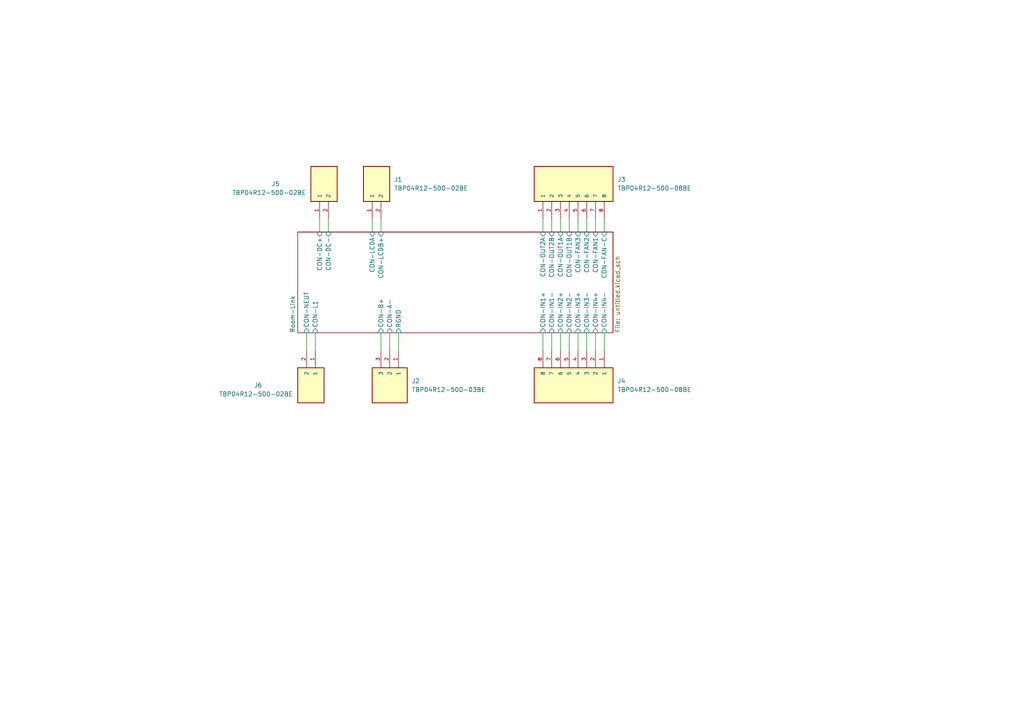
<source format=kicad_sch>
(kicad_sch (version 20230121) (generator eeschema)
  (paper "A4")
  (lib_symbols
    (symbol "TBP04R12-500-02BE:TBP04R12-500-02BE" (pin_names (offset 1.016))
      (property "Reference" "J" (at -5.08 5.08 0))
      (property "Value" "TBP04R12-500-02BE" (at -5.08 -7.62 0))
      (symbol "TBP04R12-500-02BE_0_0"
        (rectangle (start -5.08 -5.08) (end 5.08 2.54) (stroke (width 0.254)) (fill (type background)))
        (pin passive line (at -10.16 0 0) (length 5.08) (name "1") (number "1"))
        (pin passive line (at -10.16 -2.54 0) (length 5.08) (name "2") (number "2"))
      )
    )
    (symbol "TBP04R12-500-03BE:TBP04R12-500-03BE" (pin_names (offset 1.016))
      (property "Reference" "J" (at -5.08 7.62 0))
      (property "Value" "TBP04R12-500-03BE" (at -5.08 -7.62 0))
      (symbol "TBP04R12-500-03BE_0_0"
        (rectangle (start -5.08 -5.08) (end 5.08 5.08) (stroke (width 0.254)) (fill (type background)))
        (pin passive line (at -10.16 2.54 0) (length 5.08) (name "1") (number "1"))
        (pin passive line (at -10.16 0 0) (length 5.08) (name "2") (number "2"))
        (pin passive line (at -10.16 -2.54 0) (length 5.08) (name "3") (number "3"))
      )
    )
    (symbol "TBP04R12-500-08BE:TBP04R12-500-08BE" (pin_names (offset 1.016))
      (property "Reference" "J" (at -5.08 12.7 0))
      (property "Value" "TBP04R12-500-08BE" (at -5.08 -15.24 0))
      (symbol "TBP04R12-500-08BE_0_0"
        (rectangle (start -5.08 -12.7) (end 5.08 10.16) (stroke (width 0.254)) (fill (type background)))
        (pin passive line (at -10.16 7.62 0) (length 5.08) (name "1") (number "1"))
        (pin passive line (at -10.16 5.08 0) (length 5.08) (name "2") (number "2"))
        (pin passive line (at -10.16 2.54 0) (length 5.08) (name "3") (number "3"))
        (pin passive line (at -10.16 0 0) (length 5.08) (name "4") (number "4"))
        (pin passive line (at -10.16 -2.54 0) (length 5.08) (name "5") (number "5"))
        (pin passive line (at -10.16 -5.08 0) (length 5.08) (name "6") (number "6"))
        (pin passive line (at -10.16 -7.62 0) (length 5.08) (name "7") (number "7"))
        (pin passive line (at -10.16 -10.16 0) (length 5.08) (name "8") (number "8"))
      )
    )
  )
  (wire (pts (xy 170.18 63.5) (xy 170.18 67.31)))
  (wire (pts (xy 165.1 63.5) (xy 165.1 67.31)))
  (wire (pts (xy 170.18 96.52) (xy 170.18 101.6)))
  (wire (pts (xy 107.95 63.5) (xy 107.95 67.31)))
  (wire (pts (xy 162.56 96.52) (xy 162.56 101.6)))
  (wire (pts (xy 157.48 96.52) (xy 157.48 101.6)))
  (wire (pts (xy 110.49 96.52) (xy 110.49 101.6)))
  (wire (pts (xy 95.25 63.5) (xy 95.25 67.31)))
  (wire (pts (xy 92.71 63.5) (xy 92.71 67.31)))
  (wire (pts (xy 172.72 63.5) (xy 172.72 67.31)))
  (wire (pts (xy 113.03 96.52) (xy 113.03 101.6)))
  (wire (pts (xy 115.57 96.52) (xy 115.57 101.6)))
  (wire (pts (xy 162.56 63.5) (xy 162.56 67.31)))
  (wire (pts (xy 88.9 96.52) (xy 88.9 101.6)))
  (wire (pts (xy 91.44 96.52) (xy 91.44 101.6)))
  (wire (pts (xy 175.26 63.5) (xy 175.26 67.31)))
  (wire (pts (xy 172.72 96.52) (xy 172.72 101.6)))
  (wire (pts (xy 165.1 96.52) (xy 165.1 101.6)))
  (wire (pts (xy 167.64 96.52) (xy 167.64 101.6)))
  (wire (pts (xy 175.26 96.52) (xy 175.26 101.6)))
  (wire (pts (xy 160.02 63.5) (xy 160.02 67.31)))
  (wire (pts (xy 160.02 96.52) (xy 160.02 101.6)))
  (wire (pts (xy 167.64 63.5) (xy 167.64 67.31)))
  (wire (pts (xy 157.48 63.5) (xy 157.48 67.31)))
  (wire (pts (xy 110.49 63.5) (xy 110.49 67.31)))
  (symbol (lib_id "TBP04R12-500-03BE:TBP04R12-500-03BE") (at 113.03 111.76 270) (unit 1)
    (property "Reference" "J2" (at 119.38 110.49 90) (effects (justify left)))
    (property "Value" "TBP04R12-500-03BE" (at 119.38 113.03 90) (effects (justify left)))
    (property "Footprint" "CUI_TBP04R12-500-03BE" (effects hide))
    (property "PARTREV" "1.0" (effects hide))
    (property "STANDARD" "Manufacturer Recommendations" (effects hide))
    (property "MAXIMUM_PACKAGE_HEIGHT" "8.50mm" (effects hide))
    (property "MANUFACTURER" "CUI Devices" (effects hide))
  )
  (symbol (lib_id "TBP04R12-500-02BE:TBP04R12-500-02BE") (at 92.71 53.34 90) (unit 1)
    (property "Reference" "J5" (at 78.74 53.34 90) (effects (justify right)))
    (property "Value" "TBP04R12-500-02BE" (at 67.31 55.88 90) (effects (justify right)))
    (property "Footprint" "CUI_TBP04R12-500-02BE" (effects hide))
    (property "PARTREV" "1.0" (effects hide))
    (property "STANDARD" "Manufacturer Recommendations" (effects hide))
    (property "MAXIMUM_PACKAGE_HEIGHT" "8.50mm" (effects hide))
    (property "MANUFACTURER" "CUI Devices" (effects hide))
  )
  (symbol (lib_id "TBP04R12-500-08BE:TBP04R12-500-08BE") (at 167.64 111.76 270) (unit 1)
    (property "Reference" "J4" (at 179.07 110.49 90) (effects (justify left)))
    (property "Value" "TBP04R12-500-08BE" (at 179.07 113.03 90) (effects (justify left)))
    (property "Footprint" "CUI_TBP04R12-500-08BE" (effects hide))
    (property "PARTREV" "1.0" (effects hide))
    (property "STANDARD" "Manufacturer Recommendations" (effects hide))
    (property "MAXIMUM_PACKAGE_HEIGHT" "8.50mm" (effects hide))
    (property "MANUFACTURER" "CUI Devices" (effects hide))
  )
  (symbol (lib_id "TBP04R12-500-08BE:TBP04R12-500-08BE") (at 165.1 53.34 90) (unit 1)
    (property "Reference" "J3" (at 179.07 52.07 90) (effects (justify right)))
    (property "Value" "TBP04R12-500-08BE" (at 179.07 54.61 90) (effects (justify right)))
    (property "Footprint" "CUI_TBP04R12-500-08BE" (effects hide))
    (property "PARTREV" "1.0" (effects hide))
    (property "STANDARD" "Manufacturer Recommendations" (effects hide))
    (property "MAXIMUM_PACKAGE_HEIGHT" "8.50mm" (effects hide))
    (property "MANUFACTURER" "CUI Devices" (effects hide))
  )
  (symbol (lib_id "TBP04R12-500-02BE:TBP04R12-500-02BE") (at 91.44 111.76 270) (unit 1)
    (property "Reference" "J6" (at 73.66 111.76 90) (effects (justify left)))
    (property "Value" "TBP04R12-500-02BE" (at 63.5 114.3 90) (effects (justify left)))
    (property "Footprint" "CUI_TBP04R12-500-02BE" (effects hide))
    (property "PARTREV" "1.0" (effects hide))
    (property "STANDARD" "Manufacturer Recommendations" (effects hide))
    (property "MAXIMUM_PACKAGE_HEIGHT" "8.50mm" (effects hide))
    (property "MANUFACTURER" "CUI Devices" (effects hide))
  )
  (symbol (lib_id "TBP04R12-500-02BE:TBP04R12-500-02BE") (at 107.95 53.34 90) (unit 1)
    (property "Reference" "J1" (at 114.3 52.07 90) (effects (justify right)))
    (property "Value" "TBP04R12-500-02BE" (at 114.3 54.61 90) (effects (justify right)))
    (property "Footprint" "CUI_TBP04R12-500-02BE" (effects hide))
    (property "PARTREV" "1.0" (effects hide))
    (property "STANDARD" "Manufacturer Recommendations" (effects hide))
    (property "MAXIMUM_PACKAGE_HEIGHT" "8.50mm" (effects hide))
    (property "MANUFACTURER" "CUI Devices" (effects hide))
  )
  (sheet (at 86.36 67.31) (size 91.44 29.21) (stroke (width 0.1524))
    (property "Sheetname" "Room-Link" (at 85.6484 96.52 90) (effects (justify left bottom)))
    (property "Sheetfile" "untitled.kicad_sch" (at 178.3846 96.52 90) (effects (justify left top)))
    (pin "CON-DC+" input (at 92.71 67.31 90))
    (pin "CON-DC-" input (at 95.25 67.31 90))
    (pin "CON-LCDA" input (at 107.95 67.31 90))
    (pin "CON-LCDB+" input (at 110.49 67.31 90))
    (pin "CON-L1" input (at 91.44 96.52 270))
    (pin "CON-NEUT" input (at 88.9 96.52 270))
    (pin "CON-B+" input (at 110.49 96.52 270))
    (pin "CON-A-" input (at 113.03 96.52 270))
    (pin "RGND" input (at 115.57 96.52 270))
    (pin "CON-IN1+" input (at 157.48 96.52 270))
    (pin "CON-IN1-" input (at 160.02 96.52 270))
    (pin "CON-IN2+" input (at 162.56 96.52 270))
    (pin "CON-IN2-" input (at 165.1 96.52 270))
    (pin "CON-IN3+" input (at 167.64 96.52 270))
    (pin "CON-IN3-" input (at 170.18 96.52 270))
    (pin "CON-IN4+" input (at 172.72 96.52 270))
    (pin "CON-IN4-" input (at 175.26 96.52 270))
    (pin "CON-OUT2A" input (at 157.48 67.31 90))
    (pin "CON-OUT2B" input (at 160.02 67.31 90))
    (pin "CON-OUT1A" input (at 162.56 67.31 90))
    (pin "CON-OUT1B" input (at 165.1 67.31 90))
    (pin "CON-FAN3" input (at 167.64 67.31 90))
    (pin "CON-FAN2" input (at 170.18 67.31 90))
    (pin "CON-FAN1" input (at 172.72 67.31 90))
    (pin "CON-FAN-C" input (at 175.26 67.31 90))
  )
)
</source>
